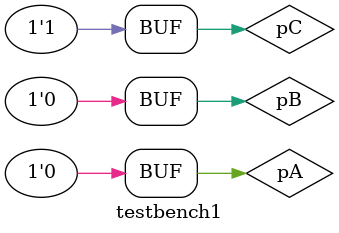
<source format=v>


`timescale 1ns/1ns

module testbench1;
    reg pA,pB,pC;
    wire pY;
    match4 tb(.A(pA),.B(pB),.C(pC),.Y(pY));
    initial
    begin
        pA=0;pB=0;pC=0;
        #20 pA=1;
        #5 pB=1;
        #5 pA=0;
        #5 pC=1;
        #5 pA=1;
        #10 pB=0;
        #5 pA=0;
    end
endmodule


</source>
